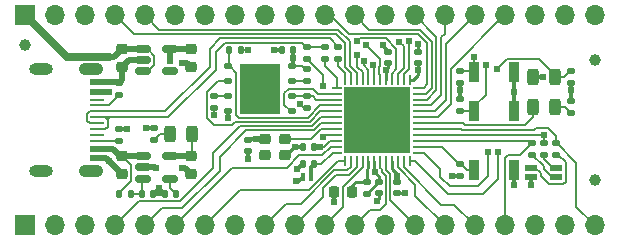
<source format=gbr>
%TF.GenerationSoftware,KiCad,Pcbnew,8.0.4-8.0.4-0~ubuntu24.04.1*%
%TF.CreationDate,2024-07-31T18:59:25-04:00*%
%TF.ProjectId,iceblink,69636562-6c69-46e6-9b2e-6b696361645f,rev?*%
%TF.SameCoordinates,Original*%
%TF.FileFunction,Copper,L1,Top*%
%TF.FilePolarity,Positive*%
%FSLAX46Y46*%
G04 Gerber Fmt 4.6, Leading zero omitted, Abs format (unit mm)*
G04 Created by KiCad (PCBNEW 8.0.4-8.0.4-0~ubuntu24.04.1) date 2024-07-31 18:59:25*
%MOMM*%
%LPD*%
G01*
G04 APERTURE LIST*
G04 Aperture macros list*
%AMRoundRect*
0 Rectangle with rounded corners*
0 $1 Rounding radius*
0 $2 $3 $4 $5 $6 $7 $8 $9 X,Y pos of 4 corners*
0 Add a 4 corners polygon primitive as box body*
4,1,4,$2,$3,$4,$5,$6,$7,$8,$9,$2,$3,0*
0 Add four circle primitives for the rounded corners*
1,1,$1+$1,$2,$3*
1,1,$1+$1,$4,$5*
1,1,$1+$1,$6,$7*
1,1,$1+$1,$8,$9*
0 Add four rect primitives between the rounded corners*
20,1,$1+$1,$2,$3,$4,$5,0*
20,1,$1+$1,$4,$5,$6,$7,0*
20,1,$1+$1,$6,$7,$8,$9,0*
20,1,$1+$1,$8,$9,$2,$3,0*%
G04 Aperture macros list end*
%TA.AperFunction,SMDPad,CuDef*%
%ADD10RoundRect,0.140000X0.140000X0.170000X-0.140000X0.170000X-0.140000X-0.170000X0.140000X-0.170000X0*%
%TD*%
%TA.AperFunction,SMDPad,CuDef*%
%ADD11RoundRect,0.140000X0.170000X-0.140000X0.170000X0.140000X-0.170000X0.140000X-0.170000X-0.140000X0*%
%TD*%
%TA.AperFunction,SMDPad,CuDef*%
%ADD12RoundRect,0.225000X-0.250000X0.225000X-0.250000X-0.225000X0.250000X-0.225000X0.250000X0.225000X0*%
%TD*%
%TA.AperFunction,SMDPad,CuDef*%
%ADD13RoundRect,0.135000X0.185000X-0.135000X0.185000X0.135000X-0.185000X0.135000X-0.185000X-0.135000X0*%
%TD*%
%TA.AperFunction,SMDPad,CuDef*%
%ADD14RoundRect,0.140000X-0.170000X0.140000X-0.170000X-0.140000X0.170000X-0.140000X0.170000X0.140000X0*%
%TD*%
%TA.AperFunction,SMDPad,CuDef*%
%ADD15RoundRect,0.100000X0.100000X0.250000X-0.100000X0.250000X-0.100000X-0.250000X0.100000X-0.250000X0*%
%TD*%
%TA.AperFunction,SMDPad,CuDef*%
%ADD16R,0.900000X1.700000*%
%TD*%
%TA.AperFunction,SMDPad,CuDef*%
%ADD17RoundRect,0.135000X-0.185000X0.135000X-0.185000X-0.135000X0.185000X-0.135000X0.185000X0.135000X0*%
%TD*%
%TA.AperFunction,SMDPad,CuDef*%
%ADD18RoundRect,0.212500X-0.287500X-0.212500X0.287500X-0.212500X0.287500X0.212500X-0.287500X0.212500X0*%
%TD*%
%TA.AperFunction,SMDPad,CuDef*%
%ADD19RoundRect,0.225000X-0.225000X-0.250000X0.225000X-0.250000X0.225000X0.250000X-0.225000X0.250000X0*%
%TD*%
%TA.AperFunction,SMDPad,CuDef*%
%ADD20RoundRect,0.243750X-0.243750X-0.456250X0.243750X-0.456250X0.243750X0.456250X-0.243750X0.456250X0*%
%TD*%
%TA.AperFunction,SMDPad,CuDef*%
%ADD21R,1.000000X0.500000*%
%TD*%
%TA.AperFunction,SMDPad,CuDef*%
%ADD22RoundRect,0.135000X-0.135000X-0.185000X0.135000X-0.185000X0.135000X0.185000X-0.135000X0.185000X0*%
%TD*%
%TA.AperFunction,SMDPad,CuDef*%
%ADD23RoundRect,0.150000X-0.512500X-0.150000X0.512500X-0.150000X0.512500X0.150000X-0.512500X0.150000X0*%
%TD*%
%TA.AperFunction,SMDPad,CuDef*%
%ADD24RoundRect,0.125000X-0.250000X-0.125000X0.250000X-0.125000X0.250000X0.125000X-0.250000X0.125000X0*%
%TD*%
%TA.AperFunction,SMDPad,CuDef*%
%ADD25R,3.400000X4.300000*%
%TD*%
%TA.AperFunction,SMDPad,CuDef*%
%ADD26RoundRect,0.062500X-0.062500X0.375000X-0.062500X-0.375000X0.062500X-0.375000X0.062500X0.375000X0*%
%TD*%
%TA.AperFunction,SMDPad,CuDef*%
%ADD27RoundRect,0.062500X-0.375000X0.062500X-0.375000X-0.062500X0.375000X-0.062500X0.375000X0.062500X0*%
%TD*%
%TA.AperFunction,SMDPad,CuDef*%
%ADD28R,5.600000X5.600000*%
%TD*%
%TA.AperFunction,SMDPad,CuDef*%
%ADD29RoundRect,0.135000X0.135000X0.185000X-0.135000X0.185000X-0.135000X-0.185000X0.135000X-0.185000X0*%
%TD*%
%TA.AperFunction,SMDPad,CuDef*%
%ADD30C,1.000000*%
%TD*%
%TA.AperFunction,SMDPad,CuDef*%
%ADD31RoundRect,0.140000X-0.140000X-0.170000X0.140000X-0.170000X0.140000X0.170000X-0.140000X0.170000X0*%
%TD*%
%TA.AperFunction,SMDPad,CuDef*%
%ADD32R,1.150000X0.580000*%
%TD*%
%TA.AperFunction,SMDPad,CuDef*%
%ADD33R,1.150000X0.280000*%
%TD*%
%TA.AperFunction,ComponentPad*%
%ADD34O,2.100000X1.050000*%
%TD*%
%TA.AperFunction,ComponentPad*%
%ADD35O,2.000000X1.000000*%
%TD*%
%TA.AperFunction,ComponentPad*%
%ADD36R,1.700000X1.700000*%
%TD*%
%TA.AperFunction,ComponentPad*%
%ADD37O,1.700000X1.700000*%
%TD*%
%TA.AperFunction,ViaPad*%
%ADD38C,0.609600*%
%TD*%
%TA.AperFunction,Conductor*%
%ADD39C,0.152400*%
%TD*%
%TA.AperFunction,Conductor*%
%ADD40C,0.508000*%
%TD*%
%TA.AperFunction,Conductor*%
%ADD41C,0.635000*%
%TD*%
%TA.AperFunction,Conductor*%
%ADD42C,0.304800*%
%TD*%
%TA.AperFunction,Conductor*%
%ADD43C,0.254000*%
%TD*%
%TA.AperFunction,Conductor*%
%ADD44C,0.381000*%
%TD*%
%TA.AperFunction,Conductor*%
%ADD45C,0.203200*%
%TD*%
G04 APERTURE END LIST*
D10*
%TO.P,C5,1*%
%TO.N,Net-(U3-BYP)*%
X141069000Y-117983000D03*
%TO.P,C5,2*%
%TO.N,GND*%
X140109000Y-117983000D03*
%TD*%
D11*
%TO.P,C14,1*%
%TO.N,GND*%
X158242000Y-117955000D03*
%TO.P,C14,2*%
%TO.N,+1V2*%
X158242000Y-116995000D03*
%TD*%
D12*
%TO.P,C1,1*%
%TO.N,+5V*%
X136519500Y-105717000D03*
%TO.P,C1,2*%
%TO.N,GND*%
X136519500Y-107267000D03*
%TD*%
D13*
%TO.P,R19,1*%
%TO.N,+3V3*%
X174498000Y-108587000D03*
%TO.P,R19,2*%
%TO.N,Net-(D5-A)*%
X174498000Y-107567000D03*
%TD*%
D12*
%TO.P,C4,1*%
%TO.N,+5V*%
X136525000Y-114795000D03*
%TO.P,C4,2*%
%TO.N,GND*%
X136525000Y-116345000D03*
%TD*%
D14*
%TO.P,C9,1*%
%TO.N,GND*%
X161544000Y-105946000D03*
%TO.P,C9,2*%
%TO.N,+3V3*%
X161544000Y-106906000D03*
%TD*%
D15*
%TO.P,D4,1,K*%
%TO.N,Net-(D4-K)*%
X152496000Y-116586000D03*
%TO.P,D4,2,A*%
%TO.N,+3V3*%
X151796000Y-116586000D03*
%TD*%
D13*
%TO.P,R9,1*%
%TO.N,Net-(D1-Pad2)*%
X172212000Y-114683000D03*
%TO.P,R9,2*%
%TO.N,/RGB1*%
X172212000Y-113663000D03*
%TD*%
D12*
%TO.P,C2,1*%
%TO.N,+1V2*%
X142361500Y-105717000D03*
%TO.P,C2,2*%
%TO.N,GND*%
X142361500Y-107267000D03*
%TD*%
D16*
%TO.P,S2,1,1*%
%TO.N,Net-(U4-IOB_16a)*%
X166321000Y-107696000D03*
%TO.P,S2,2,2*%
%TO.N,GND*%
X169721000Y-107696000D03*
%TD*%
D17*
%TO.P,R10,1*%
%TO.N,Net-(J1-D+-PadA6)*%
X153670000Y-105535000D03*
%TO.P,R10,2*%
%TO.N,Net-(U4-IOB_24a)*%
X153670000Y-106555000D03*
%TD*%
D11*
%TO.P,C12,1*%
%TO.N,GND*%
X159791400Y-117955000D03*
%TO.P,C12,2*%
%TO.N,+3V3*%
X159791400Y-116995000D03*
%TD*%
D14*
%TO.P,C13,1*%
%TO.N,GND*%
X159029400Y-105946000D03*
%TO.P,C13,2*%
%TO.N,+1V2*%
X159029400Y-106906000D03*
%TD*%
D10*
%TO.P,C7,1*%
%TO.N,+3V3*%
X150975000Y-105791000D03*
%TO.P,C7,2*%
%TO.N,GND*%
X150015000Y-105791000D03*
%TD*%
D18*
%TO.P,X1,1,ENA*%
%TO.N,unconnected-(X1-ENA-Pad1)*%
X148629000Y-114721000D03*
%TO.P,X1,2,GND*%
%TO.N,GND*%
X150329000Y-114721000D03*
%TO.P,X1,3,OUT*%
%TO.N,Net-(U4-IOB_25b_G3)*%
X150329000Y-113371000D03*
%TO.P,X1,4,VS*%
%TO.N,+3V3*%
X148629000Y-113371000D03*
%TD*%
D12*
%TO.P,C6,1*%
%TO.N,+3V3*%
X142367000Y-114795000D03*
%TO.P,C6,2*%
%TO.N,GND*%
X142367000Y-116345000D03*
%TD*%
D19*
%TO.P,C15,1*%
%TO.N,GND*%
X154419000Y-117856000D03*
%TO.P,C15,2*%
%TO.N,Net-(U4-VCCPLL)*%
X155969000Y-117856000D03*
%TD*%
D13*
%TO.P,R16,1*%
%TO.N,Net-(U1-~{HOLD}{slash}IO3)*%
X152146000Y-108460000D03*
%TO.P,R16,2*%
%TO.N,+3V3*%
X152146000Y-107440000D03*
%TD*%
D20*
%TO.P,D3,1,K*%
%TO.N,/IOT_51a*%
X171274500Y-110617000D03*
%TO.P,D3,2,A*%
%TO.N,Net-(D3-A)*%
X173149500Y-110617000D03*
%TD*%
D17*
%TO.P,R12,1*%
%TO.N,Net-(J1-D--PadA7)*%
X154813000Y-105535000D03*
%TO.P,R12,2*%
%TO.N,Net-(U4-IOB_22a)*%
X154813000Y-106555000D03*
%TD*%
D13*
%TO.P,R5,1*%
%TO.N,Net-(U4-~{CRESET})*%
X165100000Y-111000000D03*
%TO.P,R5,2*%
%TO.N,+3V3*%
X165100000Y-109980000D03*
%TD*%
D20*
%TO.P,D5,1,K*%
%TO.N,GND*%
X171274500Y-108077000D03*
%TO.P,D5,2,A*%
%TO.N,Net-(D5-A)*%
X173149500Y-108077000D03*
%TD*%
D21*
%TO.P,D1,1*%
%TO.N,Net-(D1-Pad1)*%
X171162000Y-115805000D03*
%TO.P,D1,2*%
%TO.N,Net-(D1-Pad2)*%
X173262000Y-115805000D03*
%TO.P,D1,3*%
%TO.N,+3V3*%
X171162000Y-116605000D03*
%TO.P,D1,4*%
%TO.N,Net-(D1-Pad4)*%
X173262000Y-116605000D03*
%TD*%
D13*
%TO.P,R7,1*%
%TO.N,Net-(D1-Pad1)*%
X173228000Y-114683000D03*
%TO.P,R7,2*%
%TO.N,/RGB2*%
X173228000Y-113663000D03*
%TD*%
D22*
%TO.P,R1,1*%
%TO.N,+5V*%
X136269000Y-117983000D03*
%TO.P,R1,2*%
%TO.N,Net-(U3-EN)*%
X137289000Y-117983000D03*
%TD*%
D23*
%TO.P,U2,1,VIN*%
%TO.N,+5V*%
X138308500Y-105730000D03*
%TO.P,U2,2,GND*%
%TO.N,GND*%
X138308500Y-106680000D03*
%TO.P,U2,3,EN*%
%TO.N,+5V*%
X138308500Y-107630000D03*
%TO.P,U2,4,NC*%
%TO.N,unconnected-(U2-NC-Pad4)*%
X140583500Y-107630000D03*
%TO.P,U2,5,VOUT*%
%TO.N,+1V2*%
X140583500Y-105730000D03*
%TD*%
D17*
%TO.P,R6,1*%
%TO.N,Net-(U4-IOB_16a)*%
X165094500Y-107562000D03*
%TO.P,R6,2*%
%TO.N,+3V3*%
X165094500Y-108582000D03*
%TD*%
D24*
%TO.P,U1,1,~{CS}*%
%TO.N,Net-(U1-~{CS})*%
X145509000Y-107188000D03*
%TO.P,U1,2,DO/IO1*%
%TO.N,Net-(U1-DO{slash}IO1)*%
X145509000Y-108458000D03*
%TO.P,U1,3,~{WP}/IO2*%
%TO.N,Net-(U1-~{WP}{slash}IO2)*%
X145509000Y-109728000D03*
%TO.P,U1,4,GND*%
%TO.N,GND*%
X145509000Y-110998000D03*
%TO.P,U1,5,DI/IO0*%
%TO.N,Net-(U1-DI{slash}IO0)*%
X150909000Y-110998000D03*
%TO.P,U1,6,SCK*%
%TO.N,Net-(U1-SCK)*%
X150909000Y-109728000D03*
%TO.P,U1,7,~{HOLD}/IO3*%
%TO.N,Net-(U1-~{HOLD}{slash}IO3)*%
X150909000Y-108458000D03*
%TO.P,U1,8,VDD*%
%TO.N,+3V3*%
X150909000Y-107188000D03*
D25*
%TO.P,U1,9,EP*%
%TO.N,GND*%
X148209000Y-109093000D03*
%TD*%
D13*
%TO.P,R3,1*%
%TO.N,Net-(J1-CC1)*%
X136271000Y-109603000D03*
%TO.P,R3,2*%
%TO.N,GND*%
X136271000Y-108583000D03*
%TD*%
D14*
%TO.P,C8,1*%
%TO.N,+3V3*%
X147193000Y-113439000D03*
%TO.P,C8,2*%
%TO.N,GND*%
X147193000Y-114399000D03*
%TD*%
D16*
%TO.P,S3,1,1*%
%TO.N,/IOT_50b*%
X166321000Y-115951000D03*
%TO.P,S3,2,2*%
%TO.N,GND*%
X169721000Y-115951000D03*
%TD*%
D26*
%TO.P,U4,1,VCCIO_2*%
%TO.N,+3V3*%
X160865000Y-108322500D03*
%TO.P,U4,2,IOB_6a*%
%TO.N,/IOB_6a*%
X160365000Y-108322500D03*
%TO.P,U4,3,IOB_9b*%
%TO.N,/IOB_9b*%
X159865000Y-108322500D03*
%TO.P,U4,4,IOB_8a*%
%TO.N,/IOB_8a*%
X159365000Y-108322500D03*
%TO.P,U4,5,VCC*%
%TO.N,+1V2*%
X158865000Y-108322500D03*
%TO.P,U4,6,IOB_13b*%
%TO.N,/IOB_13b*%
X158365000Y-108322500D03*
%TO.P,U4,7,CDONE*%
%TO.N,Net-(D5-A)*%
X157865000Y-108322500D03*
%TO.P,U4,8,~{CRESET}*%
%TO.N,Net-(U4-~{CRESET})*%
X157365000Y-108322500D03*
%TO.P,U4,9,IOB_16a*%
%TO.N,Net-(U4-IOB_16a)*%
X156865000Y-108322500D03*
%TO.P,U4,10,IOB_18a*%
%TO.N,/IOB_18a*%
X156365000Y-108322500D03*
%TO.P,U4,11,IOB_20a*%
%TO.N,/IOB_20a*%
X155865000Y-108322500D03*
%TO.P,U4,12,IOB_22a*%
%TO.N,Net-(U4-IOB_22a)*%
X155365000Y-108322500D03*
D27*
%TO.P,U4,13,IOB_24a*%
%TO.N,Net-(U4-IOB_24a)*%
X154677500Y-109010000D03*
%TO.P,U4,14,IOB_32a_SPI_SO*%
%TO.N,Net-(U1-DI{slash}IO0)*%
X154677500Y-109510000D03*
%TO.P,U4,15,IOB_34a_SPI_SCK*%
%TO.N,Net-(U1-SCK)*%
X154677500Y-110010000D03*
%TO.P,U4,16,IOB_35b_SPI_SS*%
%TO.N,Net-(U1-~{CS})*%
X154677500Y-110510000D03*
%TO.P,U4,17,IOB_33b_SPI_SI*%
%TO.N,Net-(U1-DO{slash}IO1)*%
X154677500Y-111010000D03*
%TO.P,U4,18,IOB_31b*%
%TO.N,/IOB_31b*%
X154677500Y-111510000D03*
%TO.P,U4,19,IOB_29b*%
%TO.N,/IOB_29b*%
X154677500Y-112010000D03*
%TO.P,U4,20,IOB_25b_G3*%
%TO.N,Net-(U4-IOB_25b_G3)*%
X154677500Y-112510000D03*
%TO.P,U4,21,IOB_23b*%
%TO.N,Net-(U4-IOB_23b)*%
X154677500Y-113010000D03*
%TO.P,U4,22,SPI_VCCIO_1*%
%TO.N,+3V3*%
X154677500Y-113510000D03*
%TO.P,U4,23,IOT_37a*%
%TO.N,/IOT_37a*%
X154677500Y-114010000D03*
%TO.P,U4,24,VPP_2V5*%
%TO.N,Net-(D4-K)*%
X154677500Y-114510000D03*
D26*
%TO.P,U4,25,IOT_36b*%
%TO.N,/IOT_36b*%
X155365000Y-115197500D03*
%TO.P,U4,26,IOT_39a*%
%TO.N,/IOT_39a*%
X155865000Y-115197500D03*
%TO.P,U4,27,IOT_38b*%
%TO.N,/IOT_38b*%
X156365000Y-115197500D03*
%TO.P,U4,28,IOT_41a*%
%TO.N,/IOT_41a*%
X156865000Y-115197500D03*
%TO.P,U4,29,VCCPLL*%
%TO.N,Net-(U4-VCCPLL)*%
X157365000Y-115197500D03*
%TO.P,U4,30,VCC*%
%TO.N,+1V2*%
X157865000Y-115197500D03*
%TO.P,U4,31,IOT_42b*%
%TO.N,/IOT_42b*%
X158365000Y-115197500D03*
%TO.P,U4,32,IOT_43a*%
%TO.N,/IOT_43a*%
X158865000Y-115197500D03*
%TO.P,U4,33,VCCIO_0*%
%TO.N,+3V3*%
X159365000Y-115197500D03*
%TO.P,U4,34,IOT_44b*%
%TO.N,/IOT_44b*%
X159865000Y-115197500D03*
%TO.P,U4,35,IOT_46b_G0*%
%TO.N,/IOT_46b_G0*%
X160365000Y-115197500D03*
%TO.P,U4,36,IOT_48b*%
%TO.N,/IOT_48b*%
X160865000Y-115197500D03*
D27*
%TO.P,U4,37,IOT_45a_G1*%
%TO.N,/IOT_45a_G1*%
X161552500Y-114510000D03*
%TO.P,U4,38,IOT_50b*%
%TO.N,/IOT_50b*%
X161552500Y-114010000D03*
%TO.P,U4,39,RGB0*%
%TO.N,/RGB0*%
X161552500Y-113510000D03*
%TO.P,U4,40,RGB1*%
%TO.N,/RGB1*%
X161552500Y-113010000D03*
%TO.P,U4,41,RGB2*%
%TO.N,/RGB2*%
X161552500Y-112510000D03*
%TO.P,U4,42,IOT_51a*%
%TO.N,/IOT_51a*%
X161552500Y-112010000D03*
%TO.P,U4,43,IOT_49a*%
%TO.N,/IOT_49a*%
X161552500Y-111510000D03*
%TO.P,U4,44,IOB_3b_G6*%
%TO.N,/IOB_3b_G6*%
X161552500Y-111010000D03*
%TO.P,U4,45,IOB_5a*%
%TO.N,/IOB_5a*%
X161552500Y-110510000D03*
%TO.P,U4,46,IOB_0a*%
%TO.N,/IOB_0a*%
X161552500Y-110010000D03*
%TO.P,U4,47,IOB_2a*%
%TO.N,/IOB_2a*%
X161552500Y-109510000D03*
%TO.P,U4,48,IOB_4a*%
%TO.N,/IOB_4a*%
X161552500Y-109010000D03*
D28*
%TO.P,U4,49,GND*%
%TO.N,GND*%
X158115000Y-111760000D03*
%TD*%
D17*
%TO.P,R15,1*%
%TO.N,Net-(U1-~{WP}{slash}IO2)*%
X144272000Y-109726000D03*
%TO.P,R15,2*%
%TO.N,+3V3*%
X144272000Y-110746000D03*
%TD*%
D13*
%TO.P,R18,1*%
%TO.N,+1V2*%
X157226000Y-117985000D03*
%TO.P,R18,2*%
%TO.N,Net-(U4-VCCPLL)*%
X157226000Y-116965000D03*
%TD*%
%TO.P,R17,1*%
%TO.N,Net-(D3-A)*%
X174498000Y-111127000D03*
%TO.P,R17,2*%
%TO.N,+3V3*%
X174498000Y-110107000D03*
%TD*%
D29*
%TO.P,R13,1*%
%TO.N,+3V3*%
X146560000Y-105791000D03*
%TO.P,R13,2*%
%TO.N,Net-(U1-~{CS})*%
X145540000Y-105791000D03*
%TD*%
D30*
%TO.P,FID1,*%
%TO.N,*%
X128270000Y-105410000D03*
%TD*%
D17*
%TO.P,R20,1*%
%TO.N,/IOT_50b*%
X165100000Y-115441000D03*
%TO.P,R20,2*%
%TO.N,+3V3*%
X165100000Y-116461000D03*
%TD*%
%TO.P,R11,1*%
%TO.N,Net-(J1-D+-PadA6)*%
X152146000Y-105535000D03*
%TO.P,R11,2*%
%TO.N,Net-(U4-IOB_23b)*%
X152146000Y-106555000D03*
%TD*%
D16*
%TO.P,S1,1,1*%
%TO.N,Net-(U4-~{CRESET})*%
X166321000Y-110998000D03*
%TO.P,S1,2,2*%
%TO.N,GND*%
X169721000Y-110998000D03*
%TD*%
D13*
%TO.P,R2,1*%
%TO.N,Net-(J1-CC2)*%
X136271000Y-113540000D03*
%TO.P,R2,2*%
%TO.N,GND*%
X136271000Y-112520000D03*
%TD*%
D30*
%TO.P,FID3,*%
%TO.N,*%
X176530000Y-116840000D03*
%TD*%
D13*
%TO.P,R14,1*%
%TO.N,+3V3*%
X152146000Y-110748000D03*
%TO.P,R14,2*%
%TO.N,Net-(U1-SCK)*%
X152146000Y-109728000D03*
%TD*%
D31*
%TO.P,C10,1*%
%TO.N,GND*%
X151793000Y-114046000D03*
%TO.P,C10,2*%
%TO.N,+3V3*%
X152753000Y-114046000D03*
%TD*%
%TO.P,C3,1*%
%TO.N,Net-(U3-EN)*%
X138204000Y-117983000D03*
%TO.P,C3,2*%
%TO.N,GND*%
X139164000Y-117983000D03*
%TD*%
D30*
%TO.P,FID2,*%
%TO.N,*%
X176530000Y-106680000D03*
%TD*%
D13*
%TO.P,R4,1*%
%TO.N,Net-(D2-K)*%
X139192000Y-113413000D03*
%TO.P,R4,2*%
%TO.N,GND*%
X139192000Y-112393000D03*
%TD*%
D32*
%TO.P,J1,A1B12,GND*%
%TO.N,GND*%
X134422000Y-108560000D03*
%TO.P,J1,A4B9,VBUS*%
%TO.N,+5V*%
X134422000Y-109360000D03*
D33*
%TO.P,J1,A5,CC1*%
%TO.N,Net-(J1-CC1)*%
X134422000Y-110510000D03*
%TO.P,J1,A6,D+*%
%TO.N,Net-(J1-D+-PadA6)*%
X134422000Y-111510000D03*
%TO.P,J1,A7,D-*%
%TO.N,Net-(J1-D--PadA7)*%
X134422000Y-112010000D03*
%TO.P,J1,A8,SBU1*%
%TO.N,unconnected-(J1-SBU1-PadA8)*%
X134422000Y-113010000D03*
D32*
%TO.P,J1,B1A12,GND*%
%TO.N,GND*%
X134422000Y-114960000D03*
%TO.P,J1,B4A9,VBUS*%
%TO.N,+5V*%
X134422000Y-114160000D03*
D33*
%TO.P,J1,B5,CC2*%
%TO.N,Net-(J1-CC2)*%
X134422000Y-113510000D03*
%TO.P,J1,B6,D+*%
%TO.N,Net-(J1-D+-PadA6)*%
X134422000Y-112510000D03*
%TO.P,J1,B7,D-*%
%TO.N,Net-(J1-D--PadA7)*%
X134422000Y-111010000D03*
%TO.P,J1,B8,SBU2*%
%TO.N,unconnected-(J1-SBU2-PadB8)*%
X134422000Y-110010000D03*
D34*
%TO.P,J1,S1,SHELL*%
%TO.N,GND*%
X133847000Y-107440000D03*
D35*
%TO.P,J1,S2,SHELL*%
X129667000Y-107440000D03*
%TO.P,J1,S3,SHELL*%
X129667000Y-116080000D03*
D34*
%TO.P,J1,S4,SHELL*%
X133847000Y-116080000D03*
%TD*%
D31*
%TO.P,C11,1*%
%TO.N,GND*%
X151793000Y-115443000D03*
%TO.P,C11,2*%
%TO.N,Net-(D4-K)*%
X152753000Y-115443000D03*
%TD*%
D23*
%TO.P,U3,1,VIN*%
%TO.N,+5V*%
X138314000Y-114813000D03*
%TO.P,U3,2,GND*%
%TO.N,GND*%
X138314000Y-115763000D03*
%TO.P,U3,3,EN*%
%TO.N,Net-(U3-EN)*%
X138314000Y-116713000D03*
%TO.P,U3,4,BYP*%
%TO.N,Net-(U3-BYP)*%
X140589000Y-116713000D03*
%TO.P,U3,5,VOUT*%
%TO.N,+3V3*%
X140589000Y-114813000D03*
%TD*%
D13*
%TO.P,R8,1*%
%TO.N,Net-(D1-Pad4)*%
X171196000Y-114683000D03*
%TO.P,R8,2*%
%TO.N,/RGB0*%
X171196000Y-113663000D03*
%TD*%
D20*
%TO.P,D2,1,K*%
%TO.N,Net-(D2-K)*%
X140540500Y-112903000D03*
%TO.P,D2,2,A*%
%TO.N,+3V3*%
X142415500Y-112903000D03*
%TD*%
D36*
%TO.P,J2,1,Pin_1*%
%TO.N,+5V*%
X128270000Y-120650000D03*
D37*
%TO.P,J2,2,Pin_2*%
%TO.N,+3V3*%
X130810000Y-120650000D03*
%TO.P,J2,3,Pin_3*%
%TO.N,GND*%
X133350000Y-120650000D03*
%TO.P,J2,4,Pin_4*%
%TO.N,/IOB_31b*%
X135890000Y-120650000D03*
%TO.P,J2,5,Pin_5*%
%TO.N,/IOB_29b*%
X138430000Y-120650000D03*
%TO.P,J2,6,Pin_6*%
%TO.N,/IOT_37a*%
X140970000Y-120650000D03*
%TO.P,J2,7,Pin_7*%
%TO.N,/IOT_36b*%
X143510000Y-120650000D03*
%TO.P,J2,8,Pin_8*%
%TO.N,GND*%
X146050000Y-120650000D03*
%TO.P,J2,9,Pin_9*%
%TO.N,/IOT_39a*%
X148590000Y-120650000D03*
%TO.P,J2,10,Pin_10*%
%TO.N,/IOT_38b*%
X151130000Y-120650000D03*
%TO.P,J2,11,Pin_11*%
%TO.N,/IOT_41a*%
X153670000Y-120650000D03*
%TO.P,J2,12,Pin_12*%
%TO.N,/IOT_42b*%
X156210000Y-120650000D03*
%TO.P,J2,13,Pin_13*%
%TO.N,GND*%
X158750000Y-120650000D03*
%TO.P,J2,14,Pin_14*%
%TO.N,/IOT_43a*%
X161290000Y-120650000D03*
%TO.P,J2,15,Pin_15*%
%TO.N,/IOT_44b*%
X163830000Y-120650000D03*
%TO.P,J2,16,Pin_16*%
%TO.N,/IOT_46b_G0*%
X166370000Y-120650000D03*
%TO.P,J2,17,Pin_17*%
%TO.N,/RGB0*%
X168910000Y-120650000D03*
%TO.P,J2,18,Pin_18*%
%TO.N,GND*%
X171450000Y-120650000D03*
%TO.P,J2,19,Pin_19*%
%TO.N,/RGB1*%
X173990000Y-120650000D03*
%TO.P,J2,20,Pin_20*%
%TO.N,/RGB2*%
X176530000Y-120650000D03*
%TD*%
D36*
%TO.P,J3,1,Pin_1*%
%TO.N,+5V*%
X128270000Y-102870000D03*
D37*
%TO.P,J3,2,Pin_2*%
%TO.N,+3V3*%
X130810000Y-102870000D03*
%TO.P,J3,3,Pin_3*%
%TO.N,GND*%
X133350000Y-102870000D03*
%TO.P,J3,4,Pin_4*%
%TO.N,/IOB_20a*%
X135890000Y-102870000D03*
%TO.P,J3,5,Pin_5*%
%TO.N,/IOB_18a*%
X138430000Y-102870000D03*
%TO.P,J3,6,Pin_6*%
%TO.N,/IOB_13b*%
X140970000Y-102870000D03*
%TO.P,J3,7,Pin_7*%
%TO.N,/IOB_8a*%
X143510000Y-102870000D03*
%TO.P,J3,8,Pin_8*%
%TO.N,GND*%
X146050000Y-102870000D03*
%TO.P,J3,9,Pin_9*%
%TO.N,/IOB_9b*%
X148590000Y-102870000D03*
%TO.P,J3,10,Pin_10*%
%TO.N,/IOB_6a*%
X151130000Y-102870000D03*
%TO.P,J3,11,Pin_11*%
%TO.N,/IOB_4a*%
X153670000Y-102870000D03*
%TO.P,J3,12,Pin_12*%
%TO.N,/IOB_2a*%
X156210000Y-102870000D03*
%TO.P,J3,13,Pin_13*%
%TO.N,GND*%
X158750000Y-102870000D03*
%TO.P,J3,14,Pin_14*%
%TO.N,/IOB_0a*%
X161290000Y-102870000D03*
%TO.P,J3,15,Pin_15*%
%TO.N,/IOB_5a*%
X163830000Y-102870000D03*
%TO.P,J3,16,Pin_16*%
%TO.N,/IOB_3b_G6*%
X166370000Y-102870000D03*
%TO.P,J3,17,Pin_17*%
%TO.N,/IOT_49a*%
X168910000Y-102870000D03*
%TO.P,J3,18,Pin_18*%
%TO.N,GND*%
X171450000Y-102870000D03*
%TO.P,J3,19,Pin_19*%
%TO.N,/IOT_45a_G1*%
X173990000Y-102870000D03*
%TO.P,J3,20,Pin_20*%
%TO.N,/IOT_48b*%
X176530000Y-102870000D03*
%TD*%
D38*
%TO.N,+5V*%
X135382000Y-109347000D03*
X135382000Y-106426000D03*
X135382000Y-114160000D03*
%TO.N,GND*%
X172135800Y-108077000D03*
X169721000Y-109347000D03*
X136519500Y-108000800D03*
X158064200Y-118592600D03*
X154432000Y-118668800D03*
X148209000Y-109093000D03*
X138506200Y-112395000D03*
X151307800Y-115925600D03*
X151180800Y-114046000D03*
X139344400Y-115773200D03*
X147193000Y-115011200D03*
X160451800Y-117957600D03*
X149402800Y-105791000D03*
X158569476Y-105434900D03*
X136931400Y-112522000D03*
X169721000Y-117222800D03*
X141554200Y-115824000D03*
X139623800Y-117525800D03*
X158115000Y-111760000D03*
X145516600Y-111607600D03*
X159512000Y-110363000D03*
X159512000Y-113157000D03*
X135375500Y-115195500D03*
X141554200Y-106883200D03*
X156718000Y-110363000D03*
X156718000Y-113157000D03*
X161544000Y-105333800D03*
%TO.N,+1V2*%
X158873456Y-107482519D03*
X157900045Y-116133379D03*
X140583500Y-106750700D03*
%TO.N,+3V3*%
X150975000Y-106476800D03*
X161544000Y-107543600D03*
X147853400Y-113371000D03*
X151257000Y-116916200D03*
X171170600Y-117246400D03*
X159791400Y-116484400D03*
X153289000Y-114046000D03*
X141528800Y-114813000D03*
X165100000Y-109220000D03*
X151563458Y-110367745D03*
X144272000Y-111353600D03*
X164414200Y-116459000D03*
X147193000Y-105791000D03*
X174498000Y-109194600D03*
%TO.N,Net-(D5-A)*%
X157716576Y-107048866D03*
X168262300Y-107429300D03*
%TO.N,/RGB1*%
X172212000Y-113004600D03*
%TO.N,/IOT_48b*%
X168325803Y-114427000D03*
%TO.N,/IOT_45a_G1*%
X167513000Y-114427000D03*
%TO.N,/IOB_6a*%
X160781539Y-105053640D03*
%TO.N,/IOB_8a*%
X156405570Y-105053900D03*
%TO.N,/IOB_9b*%
X159971524Y-105114570D03*
%TO.N,/IOB_13b*%
X157176867Y-105409500D03*
%TO.N,Net-(U4-~{CRESET})*%
X167309800Y-107111800D03*
X156949014Y-106783001D03*
%TO.N,Net-(U4-IOB_16a)*%
X156361900Y-106222300D03*
X166319200Y-106400600D03*
%TO.N,Net-(U4-IOB_23b)*%
X153517600Y-108889800D03*
X153528594Y-113184084D03*
%TD*%
D39*
%TO.N,+5V*%
X137279400Y-115537000D02*
X136537400Y-114795000D01*
D40*
X135810500Y-106426000D02*
X136519500Y-105717000D01*
X138296000Y-114795000D02*
X138314000Y-114813000D01*
D41*
X131826000Y-106426000D02*
X128270000Y-102870000D01*
D40*
X134422000Y-114160000D02*
X135733503Y-114160000D01*
X136519500Y-105717000D02*
X138295500Y-105717000D01*
X138295500Y-105717000D02*
X138308500Y-105730000D01*
X136525000Y-114795000D02*
X137261600Y-114795000D01*
X137261600Y-114795000D02*
X138296000Y-114795000D01*
D39*
X138699200Y-107630000D02*
X139250400Y-107078800D01*
X138308500Y-107630000D02*
X138699200Y-107630000D01*
D41*
X135382000Y-106426000D02*
X131826000Y-106426000D01*
D40*
X135733503Y-114160000D02*
X136368503Y-114795000D01*
D39*
X139250400Y-107078800D02*
X139250400Y-106306600D01*
D40*
X136368503Y-114795000D02*
X136525000Y-114795000D01*
D39*
X139250400Y-106306600D02*
X138673800Y-105730000D01*
X138673800Y-105730000D02*
X138308500Y-105730000D01*
D40*
X135382000Y-106426000D02*
X135810500Y-106426000D01*
D39*
X136537400Y-114795000D02*
X136525000Y-114795000D01*
D40*
X135369000Y-109360000D02*
X135382000Y-109347000D01*
D39*
X137279400Y-116949200D02*
X137279400Y-115537000D01*
D40*
X134422000Y-109360000D02*
X135369000Y-109360000D01*
D39*
X136269000Y-117983000D02*
X136269000Y-117959600D01*
X136269000Y-117959600D02*
X137279400Y-116949200D01*
X137279400Y-114812800D02*
X137261600Y-114795000D01*
D42*
%TO.N,GND*%
X139164000Y-117983000D02*
X139623800Y-117983000D01*
X150329000Y-114721000D02*
X150251800Y-114721000D01*
D43*
X158242000Y-118414800D02*
X158064200Y-118592600D01*
D40*
X138308500Y-106680000D02*
X137106500Y-106680000D01*
D42*
X139623800Y-117983000D02*
X139623800Y-117525800D01*
D40*
X134422000Y-108560000D02*
X136248000Y-108560000D01*
D42*
X151310400Y-115925600D02*
X151793000Y-115443000D01*
X150015000Y-105791000D02*
X149402800Y-105791000D01*
D43*
X158242000Y-117955000D02*
X158242000Y-118414800D01*
D42*
X136271000Y-112520000D02*
X136929400Y-112520000D01*
D43*
X158877000Y-105918000D02*
X158877000Y-105946000D01*
D42*
X169721000Y-117222800D02*
X169721000Y-115951000D01*
D43*
X159791400Y-117955000D02*
X160449200Y-117955000D01*
X158417076Y-105434900D02*
X158417076Y-105458076D01*
D42*
X151130000Y-114046000D02*
X151793000Y-114046000D01*
D40*
X134422000Y-114960000D02*
X135140000Y-114960000D01*
X138314000Y-115763000D02*
X139334200Y-115763000D01*
D42*
X138508200Y-112393000D02*
X138506200Y-112395000D01*
D40*
X137106500Y-106680000D02*
X136519500Y-107267000D01*
D42*
X150455000Y-114721000D02*
X151130000Y-114046000D01*
X139166600Y-117983000D02*
X139623800Y-117525800D01*
X140081000Y-117983000D02*
X139623800Y-117525800D01*
D40*
X141977700Y-106883200D02*
X141554200Y-106883200D01*
D42*
X139192000Y-112393000D02*
X138508200Y-112393000D01*
D40*
X142361500Y-107267000D02*
X141977700Y-106883200D01*
X139334200Y-115763000D02*
X139344400Y-115773200D01*
X142367000Y-116345000D02*
X141846000Y-115824000D01*
D42*
X147193000Y-114399000D02*
X147193000Y-115011200D01*
X151307800Y-115925600D02*
X151310400Y-115925600D01*
X154419000Y-118655800D02*
X154432000Y-118668800D01*
X150329000Y-114721000D02*
X150455000Y-114721000D01*
X136929400Y-112520000D02*
X136931400Y-112522000D01*
D43*
X158569476Y-105458076D02*
X159029400Y-105918000D01*
D42*
X145509000Y-111600000D02*
X145516600Y-111607600D01*
X140109000Y-117983000D02*
X140081000Y-117983000D01*
X145509000Y-110998000D02*
X145509000Y-111600000D01*
D44*
X136248000Y-108560000D02*
X136271000Y-108583000D01*
D42*
X172135800Y-108077000D02*
X171274500Y-108077000D01*
D40*
X141846000Y-115824000D02*
X141554200Y-115824000D01*
D42*
X139623800Y-117983000D02*
X140109000Y-117983000D01*
D40*
X136519500Y-108334500D02*
X136271000Y-108583000D01*
X135140000Y-114960000D02*
X136525000Y-116345000D01*
X136519500Y-107267000D02*
X136519500Y-108334500D01*
D43*
X160550800Y-117955000D02*
X160553400Y-117957600D01*
D42*
X139164000Y-117983000D02*
X139166600Y-117983000D01*
X154419000Y-117856000D02*
X154419000Y-118655800D01*
D43*
X161544000Y-105946000D02*
X161544000Y-105333800D01*
D42*
X169721000Y-107696000D02*
X169721000Y-110998000D01*
D43*
%TO.N,+1V2*%
X157226000Y-117985000D02*
X158216000Y-116995000D01*
X158242000Y-116484400D02*
X157865000Y-116107400D01*
X158873456Y-107482519D02*
X159029400Y-107326575D01*
X158865000Y-108322500D02*
X158865000Y-107490975D01*
D40*
X140583500Y-105730000D02*
X140583500Y-106750700D01*
D43*
X157865000Y-116107400D02*
X157865000Y-115197500D01*
D40*
X142348500Y-105730000D02*
X142361500Y-105717000D01*
D43*
X158865000Y-107490975D02*
X158873456Y-107482519D01*
X159029400Y-107326575D02*
X159029400Y-106906000D01*
D40*
X140589000Y-106756200D02*
X140583500Y-106750700D01*
D43*
X158242000Y-116995000D02*
X158242000Y-116484400D01*
D40*
X140583500Y-105730000D02*
X142348500Y-105730000D01*
D43*
X158216000Y-116995000D02*
X158242000Y-116995000D01*
D39*
%TO.N,Net-(U3-EN)*%
X138204000Y-117983000D02*
X138204000Y-116823000D01*
X137289000Y-117983000D02*
X138204000Y-117983000D01*
X138204000Y-116823000D02*
X138314000Y-116713000D01*
%TO.N,Net-(U3-BYP)*%
X140589000Y-116713000D02*
X140589000Y-117489000D01*
X141069000Y-117969000D02*
X141069000Y-117983000D01*
X140589000Y-117489000D02*
X141069000Y-117969000D01*
%TO.N,+3V3*%
X152146000Y-107440000D02*
X151991600Y-107440000D01*
X152146000Y-110748000D02*
X151943713Y-110748000D01*
D43*
X159791400Y-116341464D02*
X159791400Y-116484400D01*
D42*
X164416200Y-116461000D02*
X164414200Y-116459000D01*
D39*
X144272000Y-110746000D02*
X144272000Y-111353600D01*
X142415500Y-112903000D02*
X142415500Y-114746500D01*
D42*
X174498000Y-108587000D02*
X174498000Y-109194600D01*
X148629000Y-113371000D02*
X147261000Y-113371000D01*
D45*
X153289000Y-114046000D02*
X152753000Y-114046000D01*
D42*
X150975000Y-105791000D02*
X150975000Y-107122000D01*
D39*
X151991600Y-107440000D02*
X151739600Y-107188000D01*
X142415500Y-114746500D02*
X142367000Y-114795000D01*
X146560000Y-105791000D02*
X147193000Y-105791000D01*
D42*
X174498000Y-109194600D02*
X174498000Y-110107000D01*
D45*
X153593800Y-114046000D02*
X154129800Y-113510000D01*
D40*
X142349000Y-114813000D02*
X142367000Y-114795000D01*
D43*
X159365000Y-115197500D02*
X159365000Y-115915064D01*
D42*
X151465800Y-116916200D02*
X151796000Y-116586000D01*
D43*
X161146100Y-108322500D02*
X160865000Y-108322500D01*
D39*
X151943713Y-110748000D02*
X151563458Y-110367745D01*
D40*
X140589000Y-114813000D02*
X142349000Y-114813000D01*
D42*
X171162000Y-116605000D02*
X171162000Y-117237800D01*
D39*
X165094500Y-109214500D02*
X165100000Y-109220000D01*
D45*
X153289000Y-114046000D02*
X153593800Y-114046000D01*
D42*
X151257000Y-116916200D02*
X151465800Y-116916200D01*
D45*
X154129800Y-113510000D02*
X154677500Y-113510000D01*
D39*
X151739600Y-107188000D02*
X150909000Y-107188000D01*
D42*
X147261000Y-113371000D02*
X147193000Y-113439000D01*
D43*
X161544000Y-107924600D02*
X161146100Y-108322500D01*
D39*
X174498000Y-110107000D02*
X174445200Y-110107000D01*
D42*
X165100000Y-109980000D02*
X165100000Y-109220000D01*
D43*
X159365000Y-115915064D02*
X159791400Y-116341464D01*
D39*
X171162000Y-117237800D02*
X171170600Y-117246400D01*
D42*
X165094500Y-108582000D02*
X165094500Y-109214500D01*
X150975000Y-107122000D02*
X150909000Y-107188000D01*
D43*
X159791400Y-116484400D02*
X159791400Y-116995000D01*
X161544000Y-106906000D02*
X161544000Y-107924600D01*
D42*
X165100000Y-116461000D02*
X164416200Y-116461000D01*
D45*
%TO.N,Net-(D4-K)*%
X153390600Y-115443000D02*
X154323600Y-114510000D01*
D42*
X152496000Y-115700000D02*
X152753000Y-115443000D01*
D45*
X152753000Y-115443000D02*
X153390600Y-115443000D01*
D42*
X152496000Y-116586000D02*
X152496000Y-115700000D01*
D45*
X154323600Y-114510000D02*
X154677500Y-114510000D01*
D43*
%TO.N,Net-(U4-VCCPLL)*%
X156288200Y-116965000D02*
X157226000Y-116965000D01*
X157226000Y-115931324D02*
X157365000Y-115792324D01*
X155969000Y-117856000D02*
X155969000Y-117284200D01*
X157226000Y-116965000D02*
X157226000Y-115931324D01*
X157365000Y-115792324D02*
X157365000Y-115197500D01*
X155969000Y-117284200D02*
X156288200Y-116965000D01*
D39*
%TO.N,Net-(D1-Pad1)*%
X171162000Y-115805000D02*
X171507200Y-115805000D01*
X171958000Y-116509800D02*
X172618400Y-117170200D01*
X174066200Y-115300400D02*
X173448800Y-114683000D01*
X171958000Y-116255800D02*
X171958000Y-116509800D01*
X173863000Y-117170200D02*
X174066200Y-116967000D01*
X171507200Y-115805000D02*
X171958000Y-116255800D01*
X172618400Y-117170200D02*
X173863000Y-117170200D01*
X174066200Y-116967000D02*
X174066200Y-115300400D01*
X173448800Y-114683000D02*
X173228000Y-114683000D01*
%TO.N,Net-(D1-Pad2)*%
X172955000Y-115805000D02*
X173262000Y-115805000D01*
X172212000Y-115062000D02*
X172955000Y-115805000D01*
X172212000Y-114683000D02*
X172212000Y-115062000D01*
%TO.N,Net-(D1-Pad4)*%
X171196000Y-114683000D02*
X171248800Y-114683000D01*
X171248800Y-114683000D02*
X172237400Y-115671600D01*
X172916800Y-116605000D02*
X173262000Y-116605000D01*
X172237400Y-115925600D02*
X172916800Y-116605000D01*
X172237400Y-115671600D02*
X172237400Y-115925600D01*
%TO.N,Net-(D2-K)*%
X139240800Y-113413000D02*
X139750800Y-112903000D01*
X139192000Y-113413000D02*
X139240800Y-113413000D01*
X139750800Y-112903000D02*
X140540500Y-112903000D01*
%TO.N,Net-(D3-A)*%
X173149500Y-110617000D02*
X173988000Y-110617000D01*
X173149500Y-110797100D02*
X173149500Y-110617000D01*
X173988000Y-110617000D02*
X174498000Y-111127000D01*
%TO.N,/IOT_51a*%
X165543800Y-112141000D02*
X170637200Y-112141000D01*
X165412800Y-112010000D02*
X165543800Y-112141000D01*
X170637200Y-112141000D02*
X171274500Y-111503700D01*
X171274500Y-111503700D02*
X171274500Y-110617000D01*
X161552500Y-112010000D02*
X165412800Y-112010000D01*
X171274500Y-110436900D02*
X171274500Y-110617000D01*
X161572628Y-112030128D02*
X161552500Y-112010000D01*
%TO.N,Net-(D5-A)*%
X168262300Y-107429300D02*
X169138600Y-106553000D01*
X174498000Y-107567000D02*
X174449200Y-107567000D01*
X157865000Y-107197290D02*
X157865000Y-108322500D01*
X174449200Y-107567000D02*
X173939200Y-108077000D01*
X157716576Y-107048866D02*
X157865000Y-107197290D01*
X173149500Y-107896900D02*
X173149500Y-108077000D01*
X173939200Y-108077000D02*
X173149500Y-108077000D01*
X169138600Y-106553000D02*
X171805600Y-106553000D01*
X171805600Y-106553000D02*
X173149500Y-107896900D01*
%TO.N,Net-(J1-CC1)*%
X134422000Y-110510000D02*
X135364000Y-110510000D01*
X135364000Y-110510000D02*
X136271000Y-109603000D01*
%TO.N,Net-(J1-D+-PadA6)*%
X151739600Y-105181400D02*
X152093200Y-105535000D01*
X135085200Y-111506000D02*
X135280400Y-111506000D01*
X144424400Y-107467400D02*
X144424400Y-106000550D01*
X135276400Y-111705200D02*
X135276400Y-112297400D01*
X152093200Y-105535000D02*
X152146000Y-105535000D01*
X135276400Y-112297400D02*
X135063800Y-112510000D01*
X135063800Y-112510000D02*
X134422000Y-112510000D01*
X144424400Y-106000550D02*
X145243550Y-105181400D01*
X135483600Y-111506000D02*
X140385800Y-111506000D01*
X152146000Y-105535000D02*
X153670000Y-105535000D01*
X135276400Y-111510000D02*
X135280400Y-111506000D01*
X140385800Y-111506000D02*
X144424400Y-107467400D01*
X135081200Y-111510000D02*
X135085200Y-111506000D01*
X135276400Y-111705200D02*
X135276400Y-111510000D01*
X135276400Y-111705200D02*
X135276400Y-111700500D01*
X145243550Y-105181400D02*
X151739600Y-105181400D01*
X135276400Y-111700500D02*
X135470900Y-111506000D01*
X135081200Y-111510000D02*
X135276400Y-111705200D01*
X134422000Y-111510000D02*
X135081200Y-111510000D01*
X135280400Y-111506000D02*
X135483600Y-111506000D01*
X135470900Y-111506000D02*
X135483600Y-111506000D01*
%TO.N,Net-(J1-D--PadA7)*%
X133777800Y-112010000D02*
X133567600Y-111799800D01*
X133769800Y-111010000D02*
X134422000Y-111010000D01*
X133567600Y-111212200D02*
X133769800Y-111010000D01*
X143916400Y-107238800D02*
X143916400Y-105740200D01*
X140145200Y-111010000D02*
X143916400Y-107238800D01*
X144830800Y-104825800D02*
X154103800Y-104825800D01*
X154103800Y-104825800D02*
X154813000Y-105535000D01*
X134422000Y-111010000D02*
X140145200Y-111010000D01*
X134422000Y-112010000D02*
X133777800Y-112010000D01*
X133567600Y-111799800D02*
X133567600Y-111212200D01*
X143916400Y-105740200D02*
X144830800Y-104825800D01*
%TO.N,Net-(J1-CC2)*%
X136241000Y-113510000D02*
X136271000Y-113540000D01*
X134422000Y-113510000D02*
X136241000Y-113510000D01*
%TO.N,/RGB2*%
X173228000Y-113663000D02*
X173302200Y-113663000D01*
X171526200Y-112420400D02*
X172593000Y-112420400D01*
X173228000Y-113055400D02*
X173228000Y-113663000D01*
X172593000Y-112420400D02*
X173228000Y-113055400D01*
X174980600Y-119100600D02*
X176530000Y-120650000D01*
X173302200Y-113663000D02*
X174980600Y-115341400D01*
X161552500Y-112510000D02*
X165189600Y-112510000D01*
X165189600Y-112510000D02*
X165252400Y-112572800D01*
X174980600Y-115341400D02*
X174980600Y-119100600D01*
X171373800Y-112572800D02*
X171526200Y-112420400D01*
X165252400Y-112572800D02*
X171373800Y-112572800D01*
%TO.N,/RGB1*%
X172212000Y-113004600D02*
X161557900Y-113004600D01*
X161557900Y-113004600D02*
X161552500Y-113010000D01*
X172212000Y-113663000D02*
X172212000Y-113004600D01*
%TO.N,/RGB0*%
X171196000Y-113663000D02*
X171043000Y-113510000D01*
X171043000Y-113510000D02*
X161552500Y-113510000D01*
X170178000Y-114681000D02*
X171196000Y-113663000D01*
X168910000Y-120650000D02*
X168910000Y-114960400D01*
X168910000Y-114960400D02*
X169189400Y-114681000D01*
X169189400Y-114681000D02*
X170178000Y-114681000D01*
%TO.N,/IOT_50b*%
X163590800Y-114010000D02*
X165021800Y-115441000D01*
X165100000Y-115441000D02*
X165174200Y-115441000D01*
X165684200Y-115951000D02*
X166269000Y-115951000D01*
X161552500Y-114010000D02*
X163590800Y-114010000D01*
X165174200Y-115441000D02*
X165684200Y-115951000D01*
X165021800Y-115441000D02*
X165100000Y-115441000D01*
%TO.N,/IOT_49a*%
X164363400Y-110413800D02*
X164363400Y-107387050D01*
X161552500Y-111510000D02*
X163267200Y-111510000D01*
X163267200Y-111510000D02*
X164363400Y-110413800D01*
X168880450Y-102870000D02*
X168910000Y-102870000D01*
X164363400Y-107387050D02*
X168880450Y-102870000D01*
%TO.N,/IOT_48b*%
X168325803Y-116712997D02*
X167030400Y-118008400D01*
X161323900Y-115197500D02*
X160865000Y-115197500D01*
X168325803Y-114427000D02*
X168325803Y-116712997D01*
X167030400Y-118008400D02*
X164134800Y-118008400D01*
X164134800Y-118008400D02*
X161323900Y-115197500D01*
%TO.N,/IOT_46b_G0*%
X160365000Y-115711800D02*
X163550600Y-118897400D01*
X160365000Y-115197500D02*
X160365000Y-115711800D01*
X163550600Y-118897400D02*
X164617400Y-118897400D01*
X164617400Y-118897400D02*
X166370000Y-120650000D01*
%TO.N,/IOT_45a_G1*%
X167513000Y-116484400D02*
X166674800Y-117322600D01*
X163449000Y-115849400D02*
X162109600Y-114510000D01*
X162109600Y-114510000D02*
X161552500Y-114510000D01*
X166674800Y-117322600D02*
X164236400Y-117322600D01*
X164236400Y-117322600D02*
X163449000Y-116535200D01*
X163449000Y-116535200D02*
X163449000Y-115849400D01*
X167513000Y-114427000D02*
X167513000Y-116484400D01*
%TO.N,/IOT_44b*%
X161340800Y-118160800D02*
X163830000Y-120650000D01*
X159865000Y-115719800D02*
X159969200Y-115824000D01*
X161340800Y-117207616D02*
X161340800Y-118160800D01*
X159865000Y-115197500D02*
X159865000Y-115719800D01*
X159969200Y-115824000D02*
X159969200Y-115836016D01*
X159969200Y-115836016D02*
X161340800Y-117207616D01*
%TO.N,/IOT_43a*%
X159187000Y-116311800D02*
X159187000Y-118547000D01*
X158865000Y-115197500D02*
X158865000Y-115989800D01*
X158865000Y-115989800D02*
X159187000Y-116311800D01*
X159187000Y-118547000D02*
X161290000Y-120650000D01*
%TO.N,/IOT_42b*%
X158365000Y-115772150D02*
X158484245Y-115891395D01*
X158831400Y-118892200D02*
X158343600Y-119380000D01*
X157480000Y-119380000D02*
X156210000Y-120650000D01*
X158365000Y-115197500D02*
X158365000Y-115772150D01*
X158484245Y-116151909D02*
X158831400Y-116499064D01*
X158343600Y-119380000D02*
X157480000Y-119380000D01*
X158831400Y-116499064D02*
X158831400Y-118892200D01*
X158484245Y-115891395D02*
X158484245Y-116151909D01*
%TO.N,/IOT_41a*%
X156865000Y-115197500D02*
X156865000Y-115717588D01*
X155194000Y-119126000D02*
X153670000Y-120650000D01*
X156865000Y-115717588D02*
X155194000Y-117388588D01*
X155194000Y-117388588D02*
X155194000Y-119126000D01*
%TO.N,/IOT_39a*%
X151658294Y-118821200D02*
X150418800Y-118821200D01*
X155865000Y-115711800D02*
X155575000Y-116001800D01*
X155865000Y-115197500D02*
X155865000Y-115711800D01*
X154477694Y-116001800D02*
X151658294Y-118821200D01*
X155575000Y-116001800D02*
X154477694Y-116001800D01*
X150418800Y-118821200D02*
X148590000Y-120650000D01*
%TO.N,/IOT_38b*%
X153517600Y-117464788D02*
X153517600Y-118262400D01*
X155722294Y-116357400D02*
X154624988Y-116357400D01*
X156365000Y-115197500D02*
X156365000Y-115714694D01*
X153517600Y-118262400D02*
X151130000Y-120650000D01*
X156365000Y-115714694D02*
X155722294Y-116357400D01*
X154624988Y-116357400D02*
X153517600Y-117464788D01*
%TO.N,/IOT_37a*%
X154168616Y-114010000D02*
X154677500Y-114010000D01*
X153446816Y-114731800D02*
X154168616Y-114010000D01*
X150472452Y-115773200D02*
X151513852Y-114731800D01*
X151513852Y-114731800D02*
X153446816Y-114731800D01*
X145846800Y-115773200D02*
X150472452Y-115773200D01*
X140970000Y-120650000D02*
X145846800Y-115773200D01*
%TO.N,/IOB_0a*%
X161552500Y-110010000D02*
X162328800Y-110010000D01*
X162328800Y-110010000D02*
X163118800Y-109220000D01*
X163118800Y-109220000D02*
X163118800Y-104698800D01*
X163118800Y-104698800D02*
X161290000Y-102870000D01*
%TO.N,/IOB_2a*%
X162737800Y-108991400D02*
X162737800Y-105105200D01*
X162737800Y-105105200D02*
X161747200Y-104114600D01*
X161552500Y-109510000D02*
X162219200Y-109510000D01*
X157454600Y-104114600D02*
X156210000Y-102870000D01*
X161747200Y-104114600D02*
X157454600Y-104114600D01*
X162219200Y-109510000D02*
X162737800Y-108991400D01*
%TO.N,/IOB_3b_G6*%
X162979800Y-111010000D02*
X163957000Y-110032800D01*
X161552500Y-111010000D02*
X162979800Y-111010000D01*
X163957000Y-110032800D02*
X163957000Y-105283000D01*
X163957000Y-105283000D02*
X166370000Y-102870000D01*
%TO.N,/IOB_4a*%
X162356800Y-105227094D02*
X161599906Y-104470200D01*
X154127200Y-102870000D02*
X153670000Y-102870000D01*
X162033400Y-109010000D02*
X162356800Y-108686600D01*
X161552500Y-109010000D02*
X162033400Y-109010000D01*
X155727400Y-104470200D02*
X154127200Y-102870000D01*
X161599906Y-104470200D02*
X155727400Y-104470200D01*
X162356800Y-108686600D02*
X162356800Y-105227094D01*
%TO.N,/IOB_5a*%
X162667000Y-110510000D02*
X163525200Y-109651800D01*
X161552500Y-110510000D02*
X162667000Y-110510000D01*
X163525200Y-104749600D02*
X163830000Y-104444800D01*
X163830000Y-104444800D02*
X163830000Y-102870000D01*
X163525200Y-109651800D02*
X163525200Y-104749600D01*
%TO.N,/IOB_6a*%
X160365000Y-108322500D02*
X160365000Y-107833600D01*
X160781539Y-107417061D02*
X160781539Y-105053640D01*
X160365000Y-107833600D02*
X160781539Y-107417061D01*
%TO.N,/IOB_8a*%
X156633670Y-104825800D02*
X158851600Y-104825800D01*
X158851600Y-104825800D02*
X159740600Y-105714800D01*
X159740600Y-107442000D02*
X159365000Y-107817600D01*
X159365000Y-107817600D02*
X159365000Y-108322500D01*
X159740600Y-105714800D02*
X159740600Y-107442000D01*
X156405570Y-105053900D02*
X156633670Y-104825800D01*
%TO.N,/IOB_9b*%
X159971524Y-105114570D02*
X160375600Y-105518646D01*
X159865000Y-107825600D02*
X159865000Y-108322500D01*
X159974306Y-107721400D02*
X159969200Y-107721400D01*
X160375600Y-105518646D02*
X160375600Y-107320106D01*
X159969200Y-107721400D02*
X159865000Y-107825600D01*
X160375600Y-107320106D02*
X159974306Y-107721400D01*
%TO.N,/IOB_13b*%
X158378191Y-106612991D02*
X157176867Y-105411667D01*
X158365000Y-108322500D02*
X158365000Y-107920600D01*
X158365000Y-107920600D02*
X158289256Y-107844856D01*
X158289256Y-107844856D02*
X158289256Y-107240535D01*
X158289256Y-107240535D02*
X158378191Y-107151600D01*
X157176867Y-105411667D02*
X157176867Y-105409500D01*
X158378191Y-107151600D02*
X158378191Y-106612991D01*
%TO.N,/IOB_18a*%
X155778200Y-107137200D02*
X155778200Y-105091256D01*
X139649200Y-104089200D02*
X138430000Y-102870000D01*
X156365000Y-107724000D02*
X155778200Y-107137200D01*
X156365000Y-108322500D02*
X156365000Y-107724000D01*
X155778200Y-105091256D02*
X154776144Y-104089200D01*
X154776144Y-104089200D02*
X139649200Y-104089200D01*
%TO.N,/IOB_20a*%
X155422600Y-105238550D02*
X154654250Y-104470200D01*
X155865000Y-107726894D02*
X155422600Y-107284494D01*
X155865000Y-108322500D02*
X155865000Y-107726894D01*
X155422600Y-107284494D02*
X155422600Y-105238550D01*
X154654250Y-104470200D02*
X137490200Y-104470200D01*
X137490200Y-104470200D02*
X135890000Y-102870000D01*
%TO.N,/IOB_29b*%
X144780000Y-114858800D02*
X147015200Y-112623600D01*
X138430000Y-120650000D02*
X139877800Y-119202200D01*
X152725094Y-112623600D02*
X153338694Y-112010000D01*
X144780000Y-116027200D02*
X144780000Y-114858800D01*
X147015200Y-112623600D02*
X152725094Y-112623600D01*
X141605000Y-119202200D02*
X144780000Y-116027200D01*
X139877800Y-119202200D02*
X141605000Y-119202200D01*
X153338694Y-112010000D02*
X154677500Y-112010000D01*
%TO.N,/IOB_31b*%
X137922000Y-118618000D02*
X141401800Y-118618000D01*
X152577800Y-112268000D02*
X153335800Y-111510000D01*
X144195800Y-115824000D02*
X144195800Y-114554000D01*
X135890000Y-120650000D02*
X137922000Y-118618000D01*
X153335800Y-111510000D02*
X154677500Y-111510000D01*
X146481800Y-112268000D02*
X152577800Y-112268000D01*
X141401800Y-118618000D02*
X144195800Y-115824000D01*
X144195800Y-114554000D02*
X146481800Y-112268000D01*
%TO.N,/IOT_36b*%
X154779100Y-115197500D02*
X152298400Y-117678200D01*
X146481800Y-117678200D02*
X143510000Y-120650000D01*
X155365000Y-115197500D02*
X154779100Y-115197500D01*
X152298400Y-117678200D02*
X146481800Y-117678200D01*
%TO.N,Net-(U4-~{CRESET})*%
X166321000Y-110589800D02*
X167309800Y-109601000D01*
X165100000Y-111000000D02*
X166319000Y-111000000D01*
X156949014Y-107119320D02*
X157365000Y-107535306D01*
X167309800Y-109601000D02*
X167309800Y-107111800D01*
X166321000Y-110998000D02*
X166321000Y-110589800D01*
X166319000Y-111000000D02*
X166321000Y-110998000D01*
X156949014Y-106783001D02*
X156949014Y-107119320D01*
X157365000Y-107535306D02*
X157365000Y-108322500D01*
%TO.N,Net-(U4-IOB_16a)*%
X165094500Y-107562000D02*
X166187000Y-107562000D01*
X166321000Y-106402400D02*
X166319200Y-106400600D01*
X156362400Y-106222800D02*
X156362400Y-107218506D01*
X166321000Y-107696000D02*
X166321000Y-106402400D01*
X156362400Y-107218506D02*
X156865000Y-107721106D01*
X166187000Y-107562000D02*
X166321000Y-107696000D01*
X156361900Y-106222300D02*
X156362400Y-106222800D01*
X156865000Y-107721106D02*
X156865000Y-108322500D01*
%TO.N,Net-(U4-IOB_24a)*%
X154677500Y-108195500D02*
X153670000Y-107188000D01*
X153670000Y-107188000D02*
X153670000Y-106555000D01*
X154677500Y-109010000D02*
X154677500Y-108195500D01*
%TO.N,Net-(U4-IOB_23b)*%
X153517600Y-107905550D02*
X152167050Y-106555000D01*
X153517600Y-108889800D02*
X153517600Y-107905550D01*
X152170225Y-106555000D02*
X152146000Y-106555000D01*
X153702678Y-113010000D02*
X154677500Y-113010000D01*
X153528594Y-113184084D02*
X153702678Y-113010000D01*
X152167050Y-106555000D02*
X152146000Y-106555000D01*
%TO.N,Net-(U4-IOB_22a)*%
X155365000Y-107729788D02*
X154813000Y-107177788D01*
X155365000Y-108322500D02*
X155365000Y-107729788D01*
X154813000Y-107177788D02*
X154813000Y-106555000D01*
%TO.N,Net-(U1-~{CS})*%
X152243250Y-111556800D02*
X146380200Y-111556800D01*
X145540000Y-107157000D02*
X145509000Y-107188000D01*
X153290050Y-110510000D02*
X152243250Y-111556800D01*
X146380200Y-111556800D02*
X146177000Y-111353600D01*
X154677500Y-110510000D02*
X153290050Y-110510000D01*
X145643600Y-107188000D02*
X145509000Y-107188000D01*
X146177000Y-107721400D02*
X145643600Y-107188000D01*
X146177000Y-111353600D02*
X146177000Y-107721400D01*
X145540000Y-105791000D02*
X145540000Y-107157000D01*
%TO.N,Net-(U1-SCK)*%
X152146000Y-109728000D02*
X152654000Y-109728000D01*
X152936000Y-110010000D02*
X154677500Y-110010000D01*
X152146000Y-109728000D02*
X150909000Y-109728000D01*
X152654000Y-109728000D02*
X152936000Y-110010000D01*
%TO.N,Net-(U1-~{WP}{slash}IO2)*%
X145509000Y-109728000D02*
X144274000Y-109728000D01*
X144274000Y-109728000D02*
X144272000Y-109726000D01*
%TO.N,Net-(U1-~{HOLD}{slash}IO3)*%
X150909000Y-108458000D02*
X152144000Y-108458000D01*
X152144000Y-108458000D02*
X152146000Y-108460000D01*
%TO.N,Net-(U1-DO{slash}IO1)*%
X146100800Y-111912400D02*
X145821400Y-112191800D01*
X145821400Y-112191800D02*
X144284016Y-112191800D01*
X144284016Y-112191800D02*
X143672600Y-111580384D01*
X143672600Y-111580384D02*
X143672600Y-109413000D01*
X154677500Y-111010000D02*
X153302400Y-111010000D01*
X143672600Y-109413000D02*
X144627600Y-108458000D01*
X144627600Y-108458000D02*
X145509000Y-108458000D01*
X153302400Y-111010000D02*
X152400000Y-111912400D01*
X152400000Y-111912400D02*
X146100800Y-111912400D01*
%TO.N,Net-(U1-DI{slash}IO0)*%
X153121800Y-109510000D02*
X152704800Y-109093000D01*
X150215600Y-109474492D02*
X150215600Y-110439200D01*
X150774400Y-110998000D02*
X150909000Y-110998000D01*
X152704800Y-109093000D02*
X150597092Y-109093000D01*
X150597092Y-109093000D02*
X150215600Y-109474492D01*
X154677500Y-109510000D02*
X153121800Y-109510000D01*
X150215600Y-110439200D02*
X150774400Y-110998000D01*
%TO.N,Net-(U4-IOB_25b_G3)*%
X152516200Y-113371000D02*
X150329000Y-113371000D01*
X153377200Y-112510000D02*
X152516200Y-113371000D01*
X154677500Y-112510000D02*
X153377200Y-112510000D01*
%TD*%
M02*

</source>
